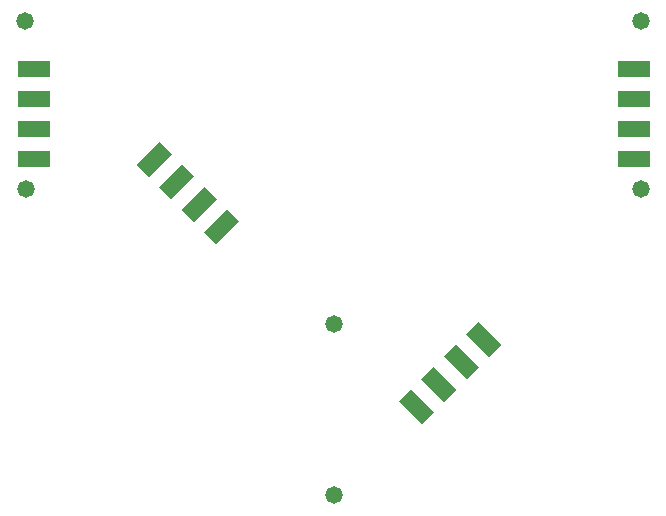
<source format=gbs>
G75*
%MOIN*%
%OFA0B0*%
%FSLAX25Y25*%
%IPPOS*%
%LPD*%
%AMOC8*
5,1,8,0,0,1.08239X$1,22.5*
%
%ADD10C,0.05800*%
%ADD11R,0.10800X0.05800*%
D10*
X0203333Y0081875D03*
X0203333Y0138750D03*
X0100833Y0183750D03*
X0100208Y0240000D03*
X0305833Y0240000D03*
X0305833Y0183750D03*
D11*
X0303333Y0193750D03*
X0303333Y0203750D03*
X0303333Y0213750D03*
X0303333Y0223750D03*
G36*
X0159965Y0169483D02*
X0167600Y0177118D01*
X0171701Y0173017D01*
X0164066Y0165382D01*
X0159965Y0169483D01*
G37*
G36*
X0152465Y0176983D02*
X0160100Y0184618D01*
X0164201Y0180517D01*
X0156566Y0172882D01*
X0152465Y0176983D01*
G37*
G36*
X0144965Y0184483D02*
X0152600Y0192118D01*
X0156701Y0188017D01*
X0149066Y0180382D01*
X0144965Y0184483D01*
G37*
G36*
X0137465Y0191983D02*
X0145100Y0199618D01*
X0149201Y0195517D01*
X0141566Y0187882D01*
X0137465Y0191983D01*
G37*
X0103333Y0193750D03*
X0103333Y0203750D03*
X0103333Y0213750D03*
X0103333Y0223750D03*
G36*
X0251566Y0139618D02*
X0259201Y0131983D01*
X0255100Y0127882D01*
X0247465Y0135517D01*
X0251566Y0139618D01*
G37*
G36*
X0244066Y0132118D02*
X0251701Y0124483D01*
X0247600Y0120382D01*
X0239965Y0128017D01*
X0244066Y0132118D01*
G37*
G36*
X0236566Y0124618D02*
X0244201Y0116983D01*
X0240100Y0112882D01*
X0232465Y0120517D01*
X0236566Y0124618D01*
G37*
G36*
X0229066Y0117118D02*
X0236701Y0109483D01*
X0232600Y0105382D01*
X0224965Y0113017D01*
X0229066Y0117118D01*
G37*
M02*

</source>
